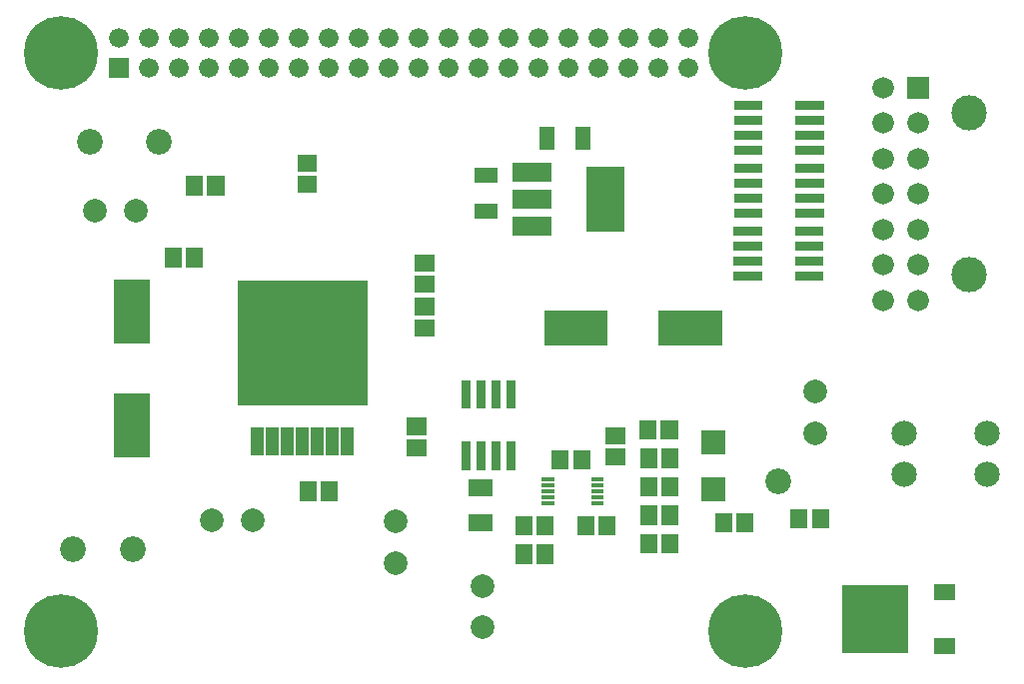
<source format=gbr>
G04 start of page 8 for group -4063 idx -4063 *
G04 Title: RspPiPS, componentmask *
G04 Creator: pcb 4.2.0 *
G04 CreationDate: Sun Jan 23 00:25:27 2022 UTC *
G04 For: debian *
G04 Format: Gerber/RS-274X *
G04 PCB-Dimensions (mil): 10000.00 10000.00 *
G04 PCB-Coordinate-Origin: lower left *
%MOIN*%
%FSLAX25Y25*%
%LNTOPMASK*%
%ADD94C,0.0660*%
%ADD93C,0.0846*%
%ADD92C,0.0860*%
%ADD91C,0.0787*%
%ADD90C,0.1181*%
%ADD89C,0.0720*%
%ADD88C,0.0001*%
%ADD87C,0.2461*%
G54D87*X383858Y761811D03*
G54D88*G36*
X437861Y753746D02*Y746546D01*
X445061D01*
Y753746D01*
X437861D01*
G37*
G54D89*X441461Y738335D03*
Y726524D03*
Y714713D03*
Y702902D03*
Y691091D03*
Y679280D03*
G54D90*X458469Y687783D03*
G54D89*X429650Y750146D03*
Y738335D03*
G54D90*X458469Y741720D03*
G54D89*X429650Y726524D03*
Y714713D03*
Y702902D03*
Y691091D03*
Y679280D03*
G54D87*X383858Y568898D03*
G54D91*X267000Y605390D03*
Y591610D03*
X295949Y583768D03*
Y569988D03*
G54D92*X394736Y618866D03*
G54D91*X407236Y648756D03*
Y634976D03*
G54D93*X436736Y621189D03*
X464295D03*
Y634969D03*
X436736D03*
G54D87*X155512Y761811D03*
G54D88*G36*
X171400Y760100D02*Y753500D01*
X178000D01*
Y760100D01*
X171400D01*
G37*
G54D94*X174700Y766800D03*
X184700Y756800D03*
Y766800D03*
G54D92*X188000Y732000D03*
G54D91*X180535Y709276D03*
X166756D03*
G54D92*X164961Y732283D03*
G54D87*X155512Y568898D03*
G54D91*X219425Y605799D03*
X205646D03*
G54D92*X159500Y596000D03*
X179500D03*
G54D94*X194700Y756800D03*
X204700D03*
X214700D03*
X194700Y766800D03*
X204700D03*
X214700D03*
X224700Y756800D03*
X234700D03*
X244700D03*
X254700D03*
X224700Y766800D03*
X234700D03*
X244700D03*
X254700D03*
X264700Y756800D03*
X274700D03*
X284700D03*
X264700Y766800D03*
X274700D03*
X284700D03*
X294700D03*
X304700D03*
X314700D03*
X294700Y756800D03*
X304700D03*
X314700D03*
X324700D03*
Y766800D03*
X334700Y756800D03*
X344700D03*
X354700D03*
X364700D03*
X334700Y766800D03*
X344700D03*
X354700D03*
X364700D03*
G54D88*G36*
X319902Y607252D02*X314184D01*
Y600748D01*
X319902D01*
Y607252D01*
G37*
G36*
X340402D02*X334684D01*
Y600748D01*
X340402D01*
Y607252D01*
G37*
G36*
X333316D02*X327598D01*
Y600748D01*
X333316D01*
Y607252D01*
G37*
G36*
X354316Y601252D02*X348598D01*
Y594748D01*
X354316D01*
Y601252D01*
G37*
G36*
Y610752D02*X348598D01*
Y604248D01*
X354316D01*
Y610752D01*
G37*
G36*
Y629752D02*X348598D01*
Y623248D01*
X354316D01*
Y629752D01*
G37*
G36*
Y620252D02*X348598D01*
Y613748D01*
X354316D01*
Y620252D01*
G37*
G36*
X354166Y639252D02*X348448D01*
Y632748D01*
X354166D01*
Y639252D01*
G37*
G36*
X332398Y612237D02*Y610787D01*
X336448D01*
Y612237D01*
X332398D01*
G37*
G36*
Y614206D02*Y612756D01*
X336448D01*
Y614206D01*
X332398D01*
G37*
G36*
Y616174D02*Y614724D01*
X336448D01*
Y616174D01*
X332398D01*
G37*
G36*
Y618143D02*Y616693D01*
X336448D01*
Y618143D01*
X332398D01*
G37*
G36*
Y620111D02*Y618661D01*
X336448D01*
Y620111D01*
X332398D01*
G37*
G36*
X315898D02*Y618661D01*
X319948D01*
Y620111D01*
X315898D01*
G37*
G36*
Y618143D02*Y616693D01*
X319948D01*
Y618143D01*
X315898D01*
G37*
G36*
Y616174D02*Y614724D01*
X319948D01*
Y616174D01*
X315898D01*
G37*
G36*
Y614206D02*Y612756D01*
X319948D01*
Y614206D01*
X315898D01*
G37*
G36*
Y612237D02*Y610787D01*
X319948D01*
Y612237D01*
X315898D01*
G37*
G36*
X324902Y629252D02*X319184D01*
Y622748D01*
X324902D01*
Y629252D01*
G37*
G36*
X331988D02*X326270D01*
Y622748D01*
X331988D01*
Y629252D01*
G37*
G36*
X319902Y597752D02*X314184D01*
Y591248D01*
X319902D01*
Y597752D01*
G37*
G36*
X316614Y675906D02*Y664094D01*
X337874D01*
Y675906D01*
X316614D01*
G37*
G36*
X320163Y737215D02*X315063D01*
Y729615D01*
X320163D01*
Y737215D01*
G37*
G36*
X332163D02*X327063D01*
Y729615D01*
X332163D01*
Y737215D01*
G37*
G36*
X343398Y723892D02*X330598D01*
Y702092D01*
X343398D01*
Y723892D01*
G37*
G36*
X446689Y566411D02*Y561211D01*
X453889D01*
Y566411D01*
X446689D01*
G37*
G36*
Y584411D02*Y579211D01*
X453889D01*
Y584411D01*
X446689D01*
G37*
G36*
X438189Y584061D02*X416189D01*
Y561561D01*
X438189D01*
Y584061D01*
G37*
G36*
X379316Y608252D02*X373598D01*
Y601748D01*
X379316D01*
Y608252D01*
G37*
G36*
X386402D02*X380684D01*
Y601748D01*
X386402D01*
Y608252D01*
G37*
G36*
X404552Y609618D02*X398834D01*
Y603114D01*
X404552D01*
Y609618D01*
G37*
G36*
X411638D02*X405920D01*
Y603114D01*
X411638D01*
Y609618D01*
G37*
G36*
X369050Y620100D02*Y612200D01*
X376950D01*
Y620100D01*
X369050D01*
G37*
G36*
Y635800D02*Y627900D01*
X376950D01*
Y635800D01*
X369050D01*
G37*
G36*
X337205Y636945D02*Y631227D01*
X343709D01*
Y636945D01*
X337205D01*
G37*
G36*
Y629859D02*Y624141D01*
X343709D01*
Y629859D01*
X337205D01*
G37*
G36*
X361402Y601252D02*X355684D01*
Y594748D01*
X361402D01*
Y601252D01*
G37*
G36*
Y610752D02*X355684D01*
Y604248D01*
X361402D01*
Y610752D01*
G37*
G36*
Y629752D02*X355684D01*
Y623248D01*
X361402D01*
Y629752D01*
G37*
G36*
Y620252D02*X355684D01*
Y613748D01*
X361402D01*
Y620252D01*
G37*
G36*
X361252Y639252D02*X355534D01*
Y632748D01*
X361252D01*
Y639252D01*
G37*
G36*
X380000Y730700D02*Y727700D01*
X389500D01*
Y730700D01*
X380000D01*
G37*
G36*
X400500D02*Y727700D01*
X410000D01*
Y730700D01*
X400500D01*
G37*
G36*
Y735700D02*Y732700D01*
X410000D01*
Y735700D01*
X400500D01*
G37*
G36*
Y740700D02*Y737700D01*
X410000D01*
Y740700D01*
X400500D01*
G37*
G36*
Y745700D02*Y742700D01*
X410000D01*
Y745700D01*
X400500D01*
G37*
G36*
X292043Y632049D02*X289043D01*
Y622549D01*
X292043D01*
Y632049D01*
G37*
G36*
X297043D02*X294043D01*
Y622549D01*
X297043D01*
Y632049D01*
G37*
G36*
X302043D02*X299043D01*
Y622549D01*
X302043D01*
Y632049D01*
G37*
G36*
X307043D02*X304043D01*
Y622549D01*
X307043D01*
Y632049D01*
G37*
G36*
X291472Y619528D02*Y613810D01*
X299552D01*
Y619528D01*
X291472D01*
G37*
G36*
X307043Y652549D02*X304043D01*
Y643049D01*
X307043D01*
Y652549D01*
G37*
G36*
X302043D02*X299043D01*
Y643049D01*
X302043D01*
Y652549D01*
G37*
G36*
X297043D02*X294043D01*
Y643049D01*
X297043D01*
Y652549D01*
G37*
G36*
X312816Y607252D02*X307098D01*
Y600748D01*
X312816D01*
Y607252D01*
G37*
G36*
X291472Y607718D02*Y602000D01*
X299552D01*
Y607718D01*
X291472D01*
G37*
G36*
X312816Y597752D02*X307098D01*
Y591248D01*
X312816D01*
Y597752D01*
G37*
G36*
X233200Y636850D02*X228800D01*
Y627550D01*
X233200D01*
Y636850D01*
G37*
G36*
X238200D02*X233800D01*
Y627550D01*
X238200D01*
Y636850D01*
G37*
G36*
X243200D02*X238800D01*
Y627550D01*
X243200D01*
Y636850D01*
G37*
G36*
X223200D02*X218800D01*
Y627550D01*
X223200D01*
Y636850D01*
G37*
G36*
X228200D02*X223800D01*
Y627550D01*
X228200D01*
Y636850D01*
G37*
G36*
X184906Y648035D02*X173094D01*
Y626776D01*
X184906D01*
Y648035D01*
G37*
G36*
X248200Y636850D02*X243800D01*
Y627550D01*
X248200D01*
Y636850D01*
G37*
G36*
X253200D02*X248800D01*
Y627550D01*
X253200D01*
Y636850D01*
G37*
G36*
X214350Y685900D02*Y644100D01*
X257650D01*
Y685900D01*
X214350D01*
G37*
G36*
X247859Y618752D02*X242141D01*
Y612248D01*
X247859D01*
Y618752D01*
G37*
G36*
X240773D02*X235055D01*
Y612248D01*
X240773D01*
Y618752D01*
G37*
G36*
X202902Y696752D02*X197184D01*
Y690248D01*
X202902D01*
Y696752D01*
G37*
G36*
X195816D02*X190098D01*
Y690248D01*
X195816D01*
Y696752D01*
G37*
G36*
X184906Y686224D02*X173094D01*
Y664965D01*
X184906D01*
Y686224D01*
G37*
G36*
X234291Y720773D02*Y715055D01*
X240795D01*
Y720773D01*
X234291D01*
G37*
G36*
Y727859D02*Y722141D01*
X240795D01*
Y727859D01*
X234291D01*
G37*
G36*
X209945Y720752D02*X204227D01*
Y714248D01*
X209945D01*
Y720752D01*
G37*
G36*
X202859D02*X197141D01*
Y714248D01*
X202859D01*
Y720752D01*
G37*
G36*
X292043Y652549D02*X289043D01*
Y643049D01*
X292043D01*
Y652549D01*
G37*
G36*
X270748Y639988D02*Y634270D01*
X277252D01*
Y639988D01*
X270748D01*
G37*
G36*
Y632902D02*Y627184D01*
X277252D01*
Y632902D01*
X270748D01*
G37*
G36*
X273520Y679997D02*Y674279D01*
X280024D01*
Y679997D01*
X273520D01*
G37*
G36*
Y672911D02*Y667193D01*
X280024D01*
Y672911D01*
X273520D01*
G37*
G36*
Y687478D02*Y681760D01*
X280024D01*
Y687478D01*
X273520D01*
G37*
G36*
Y694564D02*Y688846D01*
X280024D01*
Y694564D01*
X273520D01*
G37*
G36*
X293385Y723511D02*Y718411D01*
X300985D01*
Y723511D01*
X293385D01*
G37*
G36*
Y711511D02*Y706411D01*
X300985D01*
Y711511D01*
X293385D01*
G37*
G36*
X306198Y725092D02*Y718892D01*
X318998D01*
Y725092D01*
X306198D01*
G37*
G36*
Y716092D02*Y709892D01*
X318998D01*
Y716092D01*
X306198D01*
G37*
G36*
Y706992D02*Y700792D01*
X318998D01*
Y706992D01*
X306198D01*
G37*
G36*
X354803Y675906D02*Y664094D01*
X376063D01*
Y675906D01*
X354803D01*
G37*
G36*
X379868Y693744D02*Y690744D01*
X389368D01*
Y693744D01*
X379868D01*
G37*
G36*
Y688744D02*Y685744D01*
X389368D01*
Y688744D01*
X379868D01*
G37*
G36*
Y703744D02*Y700744D01*
X389368D01*
Y703744D01*
X379868D01*
G37*
G36*
Y698744D02*Y695744D01*
X389368D01*
Y698744D01*
X379868D01*
G37*
G36*
X380016Y714803D02*Y711803D01*
X389516D01*
Y714803D01*
X380016D01*
G37*
G36*
Y709803D02*Y706803D01*
X389516D01*
Y709803D01*
X380016D01*
G37*
G36*
Y724803D02*Y721803D01*
X389516D01*
Y724803D01*
X380016D01*
G37*
G36*
Y719803D02*Y716803D01*
X389516D01*
Y719803D01*
X380016D01*
G37*
G36*
X400516Y709803D02*Y706803D01*
X410016D01*
Y709803D01*
X400516D01*
G37*
G36*
Y714803D02*Y711803D01*
X410016D01*
Y714803D01*
X400516D01*
G37*
G36*
Y719803D02*Y716803D01*
X410016D01*
Y719803D01*
X400516D01*
G37*
G36*
Y724803D02*Y721803D01*
X410016D01*
Y724803D01*
X400516D01*
G37*
G36*
X400368Y688744D02*Y685744D01*
X409868D01*
Y688744D01*
X400368D01*
G37*
G36*
Y693744D02*Y690744D01*
X409868D01*
Y693744D01*
X400368D01*
G37*
G36*
Y698744D02*Y695744D01*
X409868D01*
Y698744D01*
X400368D01*
G37*
G36*
Y703744D02*Y700744D01*
X409868D01*
Y703744D01*
X400368D01*
G37*
G36*
X380000Y745700D02*Y742700D01*
X389500D01*
Y745700D01*
X380000D01*
G37*
G36*
Y740700D02*Y737700D01*
X389500D01*
Y740700D01*
X380000D01*
G37*
G36*
Y735700D02*Y732700D01*
X389500D01*
Y735700D01*
X380000D01*
G37*
M02*

</source>
